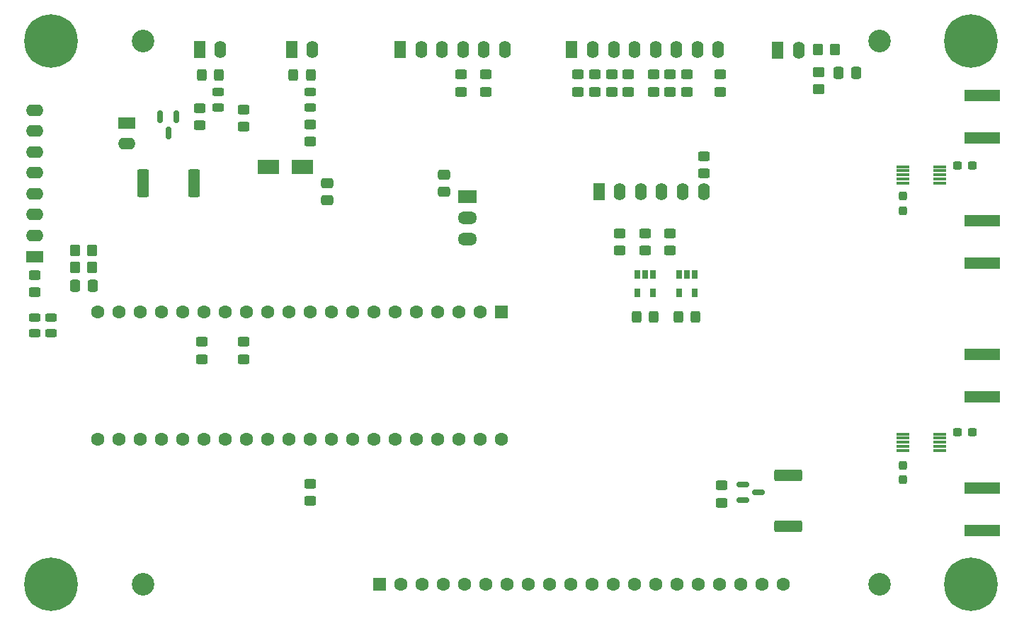
<source format=gbs>
G04 #@! TF.GenerationSoftware,KiCad,Pcbnew,6.0.2-378541a8eb~116~ubuntu20.04.1*
G04 #@! TF.CreationDate,2022-04-19T13:42:03-07:00*
G04 #@! TF.ProjectId,vfo-control-mcu,76666f2d-636f-46e7-9472-6f6c2d6d6375,rev?*
G04 #@! TF.SameCoordinates,Original*
G04 #@! TF.FileFunction,Soldermask,Bot*
G04 #@! TF.FilePolarity,Negative*
%FSLAX46Y46*%
G04 Gerber Fmt 4.6, Leading zero omitted, Abs format (unit mm)*
G04 Created by KiCad (PCBNEW 6.0.2-378541a8eb~116~ubuntu20.04.1) date 2022-04-19 13:42:03*
%MOMM*%
%LPD*%
G01*
G04 APERTURE LIST*
G04 Aperture macros list*
%AMRoundRect*
0 Rectangle with rounded corners*
0 $1 Rounding radius*
0 $2 $3 $4 $5 $6 $7 $8 $9 X,Y pos of 4 corners*
0 Add a 4 corners polygon primitive as box body*
4,1,4,$2,$3,$4,$5,$6,$7,$8,$9,$2,$3,0*
0 Add four circle primitives for the rounded corners*
1,1,$1+$1,$2,$3*
1,1,$1+$1,$4,$5*
1,1,$1+$1,$6,$7*
1,1,$1+$1,$8,$9*
0 Add four rect primitives between the rounded corners*
20,1,$1+$1,$2,$3,$4,$5,0*
20,1,$1+$1,$4,$5,$6,$7,0*
20,1,$1+$1,$6,$7,$8,$9,0*
20,1,$1+$1,$8,$9,$2,$3,0*%
G04 Aperture macros list end*
%ADD10R,2.100000X1.400000*%
%ADD11O,2.100000X1.400000*%
%ADD12R,1.400000X2.100000*%
%ADD13O,1.400000X2.100000*%
%ADD14C,6.400000*%
%ADD15C,0.800000*%
%ADD16R,1.600000X1.600000*%
%ADD17C,1.600000*%
%ADD18R,2.300000X1.500000*%
%ADD19O,2.300000X1.500000*%
%ADD20R,4.200000X1.350000*%
%ADD21RoundRect,0.249999X0.325001X0.450001X-0.325001X0.450001X-0.325001X-0.450001X0.325001X-0.450001X0*%
%ADD22RoundRect,0.249999X-0.325001X-0.450001X0.325001X-0.450001X0.325001X0.450001X-0.325001X0.450001X0*%
%ADD23RoundRect,0.249999X0.450001X-0.325001X0.450001X0.325001X-0.450001X0.325001X-0.450001X-0.325001X0*%
%ADD24RoundRect,0.243750X0.456250X-0.243750X0.456250X0.243750X-0.456250X0.243750X-0.456250X-0.243750X0*%
%ADD25RoundRect,0.243750X-0.456250X0.243750X-0.456250X-0.243750X0.456250X-0.243750X0.456250X0.243750X0*%
%ADD26RoundRect,0.150000X-0.587500X-0.150000X0.587500X-0.150000X0.587500X0.150000X-0.587500X0.150000X0*%
%ADD27RoundRect,0.150000X-0.150000X0.587500X-0.150000X-0.587500X0.150000X-0.587500X0.150000X0.587500X0*%
%ADD28RoundRect,0.249999X1.425001X-0.450001X1.425001X0.450001X-1.425001X0.450001X-1.425001X-0.450001X0*%
%ADD29RoundRect,0.249999X-0.450001X0.325001X-0.450001X-0.325001X0.450001X-0.325001X0.450001X0.325001X0*%
%ADD30R,0.650000X1.060000*%
%ADD31C,2.700000*%
%ADD32RoundRect,0.250000X0.475000X-0.337500X0.475000X0.337500X-0.475000X0.337500X-0.475000X-0.337500X0*%
%ADD33RoundRect,0.250000X0.350000X0.450000X-0.350000X0.450000X-0.350000X-0.450000X0.350000X-0.450000X0*%
%ADD34RoundRect,0.249999X-0.450001X-1.425001X0.450001X-1.425001X0.450001X1.425001X-0.450001X1.425001X0*%
%ADD35RoundRect,0.050000X0.725000X-0.150000X0.725000X0.150000X-0.725000X0.150000X-0.725000X-0.150000X0*%
%ADD36RoundRect,0.237500X-0.300000X-0.237500X0.300000X-0.237500X0.300000X0.237500X-0.300000X0.237500X0*%
%ADD37RoundRect,0.250000X-0.337500X-0.475000X0.337500X-0.475000X0.337500X0.475000X-0.337500X0.475000X0*%
%ADD38RoundRect,0.237500X-0.237500X0.300000X-0.237500X-0.300000X0.237500X-0.300000X0.237500X0.300000X0*%
%ADD39RoundRect,0.250000X-0.350000X-0.450000X0.350000X-0.450000X0.350000X0.450000X-0.350000X0.450000X0*%
%ADD40R,2.500000X1.700000*%
%ADD41RoundRect,0.250000X-0.450000X0.350000X-0.450000X-0.350000X0.450000X-0.350000X0.450000X0.350000X0*%
G04 APERTURE END LIST*
D10*
X104000000Y-69750000D03*
D11*
X104000000Y-72250000D03*
D12*
X123750000Y-61000000D03*
D13*
X126250000Y-61000000D03*
D12*
X112750000Y-61000000D03*
D13*
X115250000Y-61000000D03*
D10*
X93000000Y-85750000D03*
D11*
X93000000Y-83250000D03*
X93000000Y-80750000D03*
X93000000Y-78250000D03*
X93000000Y-75750000D03*
X93000000Y-73250000D03*
X93000000Y-70750000D03*
X93000000Y-68250000D03*
D12*
X157250000Y-61000000D03*
D13*
X159750000Y-61000000D03*
X162250000Y-61000000D03*
X164750000Y-61000000D03*
X167250000Y-61000000D03*
X169750000Y-61000000D03*
X172250000Y-61000000D03*
X174750000Y-61000000D03*
D12*
X136750000Y-61000000D03*
D13*
X139250000Y-61000000D03*
X141750000Y-61000000D03*
X144250000Y-61000000D03*
X146750000Y-61000000D03*
X149250000Y-61000000D03*
D12*
X160500000Y-78000000D03*
D13*
X163000000Y-78000000D03*
X165500000Y-78000000D03*
X168000000Y-78000000D03*
X170500000Y-78000000D03*
X173000000Y-78000000D03*
D14*
X95000000Y-60000000D03*
D15*
X96697056Y-58302944D03*
X92600000Y-60000000D03*
X97400000Y-60000000D03*
X93302944Y-61697056D03*
X93302944Y-58302944D03*
X96697056Y-61697056D03*
X95000000Y-62400000D03*
X95000000Y-57600000D03*
X206697056Y-61697056D03*
X203302944Y-61697056D03*
X203302944Y-58302944D03*
X205000000Y-57600000D03*
X207400000Y-60000000D03*
X202600000Y-60000000D03*
D14*
X205000000Y-60000000D03*
D15*
X206697056Y-58302944D03*
X205000000Y-62400000D03*
X207400000Y-125000000D03*
X203302944Y-123302944D03*
X203302944Y-126697056D03*
D14*
X205000000Y-125000000D03*
D15*
X205000000Y-122600000D03*
X205000000Y-127400000D03*
X206697056Y-126697056D03*
X206697056Y-123302944D03*
X202600000Y-125000000D03*
D14*
X95000000Y-125000000D03*
D15*
X95000000Y-127400000D03*
X96697056Y-126697056D03*
X92600000Y-125000000D03*
X93302944Y-123302944D03*
X93302944Y-126697056D03*
X97400000Y-125000000D03*
X96697056Y-123302944D03*
X95000000Y-122600000D03*
D16*
X148800000Y-92380000D03*
D17*
X146260000Y-92380000D03*
X143720000Y-92380000D03*
X141180000Y-92380000D03*
X138640000Y-92380000D03*
X136100000Y-92380000D03*
X133560000Y-92380000D03*
X131020000Y-92380000D03*
X128480000Y-92380000D03*
X125940000Y-92380000D03*
X123400000Y-92380000D03*
X120860000Y-92380000D03*
X118320000Y-92380000D03*
X115780000Y-92380000D03*
X113240000Y-92380000D03*
X110700000Y-92380000D03*
X108160000Y-92380000D03*
X105620000Y-92380000D03*
X103080000Y-92380000D03*
X100540000Y-92380000D03*
X100540000Y-107620000D03*
X103080000Y-107620000D03*
X105620000Y-107620000D03*
X108160000Y-107620000D03*
X110700000Y-107620000D03*
X113240000Y-107620000D03*
X115780000Y-107620000D03*
X118320000Y-107620000D03*
X120860000Y-107620000D03*
X123400000Y-107620000D03*
X125940000Y-107620000D03*
X128480000Y-107620000D03*
X131020000Y-107620000D03*
X133560000Y-107620000D03*
X136100000Y-107620000D03*
X138640000Y-107620000D03*
X141180000Y-107620000D03*
X143720000Y-107620000D03*
X146260000Y-107620000D03*
X148800000Y-107620000D03*
D18*
X144792500Y-78553000D03*
D19*
X144792500Y-81093000D03*
X144792500Y-83633000D03*
D20*
X206337500Y-71550000D03*
X206337500Y-66450000D03*
X206337500Y-118550000D03*
X206337500Y-113450000D03*
D12*
X181850000Y-61075000D03*
D13*
X184350000Y-61075000D03*
D20*
X206337500Y-86550000D03*
X206337500Y-81450000D03*
X206337500Y-102550000D03*
X206337500Y-97450000D03*
D21*
X126025000Y-64000000D03*
X123975000Y-64000000D03*
D22*
X169975000Y-93000000D03*
X172025000Y-93000000D03*
X164975000Y-93000000D03*
X167025000Y-93000000D03*
D23*
X173000000Y-75825000D03*
X173000000Y-73775000D03*
D24*
X126000000Y-67937500D03*
X126000000Y-66062500D03*
X115000000Y-67937500D03*
X115000000Y-66062500D03*
D25*
X93000000Y-93062500D03*
X93000000Y-94937500D03*
X95000000Y-93062500D03*
X95000000Y-94937500D03*
D26*
X177662500Y-114950000D03*
X177662500Y-113050000D03*
X179537500Y-114000000D03*
D27*
X108050000Y-69062500D03*
X109950000Y-69062500D03*
X109000000Y-70937500D03*
D28*
X183100000Y-118050000D03*
X183100000Y-111950000D03*
D23*
X112800000Y-70025000D03*
X112800000Y-67975000D03*
D29*
X175200000Y-113175000D03*
X175200000Y-115225000D03*
D23*
X164000000Y-66025000D03*
X164000000Y-63975000D03*
X162000000Y-66025000D03*
X162000000Y-63975000D03*
X160000000Y-66025000D03*
X160000000Y-63975000D03*
X158000000Y-66025000D03*
X158000000Y-63975000D03*
D29*
X169000000Y-63975000D03*
X169000000Y-66025000D03*
X171000000Y-63975000D03*
X171000000Y-66025000D03*
X118000000Y-95975000D03*
X118000000Y-98025000D03*
X113000000Y-95975000D03*
X113000000Y-98025000D03*
D23*
X126000000Y-72025000D03*
X126000000Y-69975000D03*
X118000000Y-70225000D03*
X118000000Y-68175000D03*
D29*
X126000000Y-112950000D03*
X126000000Y-115000000D03*
X147000000Y-63975000D03*
X147000000Y-66025000D03*
X144000000Y-63975000D03*
X144000000Y-66025000D03*
D23*
X169000000Y-85025000D03*
X169000000Y-82975000D03*
X166000000Y-85025000D03*
X166000000Y-82975000D03*
X163000000Y-85025000D03*
X163000000Y-82975000D03*
D30*
X170050000Y-87900000D03*
X171000000Y-87900000D03*
X171950000Y-87900000D03*
X171950000Y-90100000D03*
X170050000Y-90100000D03*
X165050000Y-87900000D03*
X166000000Y-87900000D03*
X166950000Y-87900000D03*
X166950000Y-90100000D03*
X165050000Y-90100000D03*
D16*
X134240000Y-125000000D03*
D17*
X136780000Y-125000000D03*
X139320000Y-125000000D03*
X141860000Y-125000000D03*
X144400000Y-125000000D03*
X146940000Y-125000000D03*
X149480000Y-125000000D03*
X152020000Y-125000000D03*
X154560000Y-125000000D03*
X157100000Y-125000000D03*
X159640000Y-125000000D03*
X162180000Y-125000000D03*
X164720000Y-125000000D03*
X167260000Y-125000000D03*
X169800000Y-125000000D03*
X172340000Y-125000000D03*
X174880000Y-125000000D03*
X177420000Y-125000000D03*
X179960000Y-125000000D03*
X182500000Y-125000000D03*
D31*
X106000000Y-125000000D03*
X194000000Y-60000000D03*
X106000000Y-60000000D03*
X194000000Y-125000000D03*
D29*
X93000000Y-87975000D03*
X93000000Y-90025000D03*
D32*
X128000000Y-79037500D03*
X128000000Y-76962500D03*
X142000000Y-78037500D03*
X142000000Y-75962500D03*
D29*
X175000000Y-63975000D03*
X175000000Y-66025000D03*
X167000000Y-63975000D03*
X167000000Y-66025000D03*
D21*
X115025000Y-64000000D03*
X112975000Y-64000000D03*
D33*
X99900000Y-85000000D03*
X97900000Y-85000000D03*
D34*
X105950000Y-77000000D03*
X112050000Y-77000000D03*
D35*
X196800000Y-109000000D03*
X196800000Y-108500000D03*
X196800000Y-108000000D03*
X196800000Y-107500000D03*
X196800000Y-107000000D03*
X201200000Y-107000000D03*
X201200000Y-107500000D03*
X201200000Y-108000000D03*
X201200000Y-108500000D03*
X201200000Y-109000000D03*
D36*
X203375000Y-74900000D03*
X205100000Y-74900000D03*
D37*
X189162500Y-63800000D03*
X191237500Y-63800000D03*
D38*
X196800000Y-78537500D03*
X196800000Y-80262500D03*
D39*
X97900000Y-87100000D03*
X99900000Y-87100000D03*
D40*
X125005000Y-75010000D03*
X121005000Y-75010000D03*
D36*
X203375000Y-106800000D03*
X205100000Y-106800000D03*
D33*
X188700000Y-61000000D03*
X186700000Y-61000000D03*
D41*
X186800000Y-63700000D03*
X186800000Y-65700000D03*
D37*
X97862500Y-89300000D03*
X99937500Y-89300000D03*
D35*
X196800000Y-77000000D03*
X196800000Y-76500000D03*
X196800000Y-76000000D03*
X196800000Y-75500000D03*
X196800000Y-75000000D03*
X201200000Y-75000000D03*
X201200000Y-75500000D03*
X201200000Y-76000000D03*
X201200000Y-76500000D03*
X201200000Y-77000000D03*
D38*
X196800000Y-110737500D03*
X196800000Y-112462500D03*
M02*

</source>
